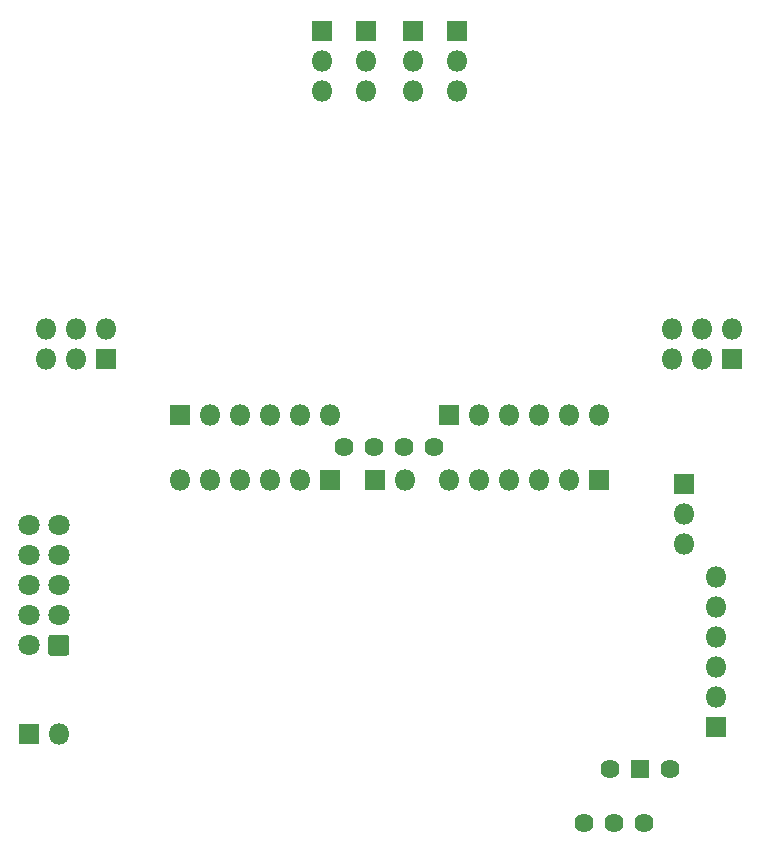
<source format=gbr>
%TF.GenerationSoftware,KiCad,Pcbnew,(5.1.6)-1*%
%TF.CreationDate,2021-08-15T13:32:02+02:00*%
%TF.ProjectId,sneak100_main_board,736e6561-6b31-4303-905f-6d61696e5f62,rev?*%
%TF.SameCoordinates,Original*%
%TF.FileFunction,Soldermask,Bot*%
%TF.FilePolarity,Negative*%
%FSLAX46Y46*%
G04 Gerber Fmt 4.6, Leading zero omitted, Abs format (unit mm)*
G04 Created by KiCad (PCBNEW (5.1.6)-1) date 2021-08-15 13:32:02*
%MOMM*%
%LPD*%
G01*
G04 APERTURE LIST*
%ADD10C,1.800000*%
%ADD11O,1.800000X1.800000*%
%ADD12R,1.800000X1.800000*%
%ADD13C,1.624000*%
%ADD14R,1.624000X1.624000*%
G04 APERTURE END LIST*
D10*
%TO.C,J13*%
X117210000Y-85090000D03*
X117210000Y-87630000D03*
X117210000Y-90170000D03*
X117210000Y-92710000D03*
X117210000Y-95250000D03*
X119750000Y-85090000D03*
X119750000Y-87630000D03*
X119750000Y-90170000D03*
X119750000Y-92710000D03*
G36*
G01*
X120650000Y-94614706D02*
X120650000Y-95885294D01*
G75*
G02*
X120385294Y-96150000I-264706J0D01*
G01*
X119114706Y-96150000D01*
G75*
G02*
X118850000Y-95885294I0J264706D01*
G01*
X118850000Y-94614706D01*
G75*
G02*
X119114706Y-94350000I264706J0D01*
G01*
X120385294Y-94350000D01*
G75*
G02*
X120650000Y-94614706I0J-264706D01*
G01*
G37*
%TD*%
D11*
%TO.C,J12*%
X171670000Y-68460000D03*
X171670000Y-71000000D03*
X174210000Y-68460000D03*
X174210000Y-71000000D03*
X176750000Y-68460000D03*
D12*
X176750000Y-71000000D03*
%TD*%
D11*
%TO.C,J11*%
X118670000Y-68460000D03*
X118670000Y-71000000D03*
X121210000Y-68460000D03*
X121210000Y-71000000D03*
X123750000Y-68460000D03*
D12*
X123750000Y-71000000D03*
%TD*%
D11*
%TO.C,J9*%
X153500000Y-48330000D03*
X153500000Y-45790000D03*
D12*
X153500000Y-43250000D03*
%TD*%
D11*
%TO.C,J8*%
X149750000Y-48330000D03*
X149750000Y-45790000D03*
D12*
X149750000Y-43250000D03*
%TD*%
D11*
%TO.C,J7*%
X145750000Y-48330000D03*
X145750000Y-45790000D03*
D12*
X145750000Y-43250000D03*
%TD*%
D11*
%TO.C,J6*%
X142000000Y-48330000D03*
X142000000Y-45790000D03*
D12*
X142000000Y-43250000D03*
%TD*%
D11*
%TO.C,JP1*%
X119790000Y-102750000D03*
D12*
X117250000Y-102750000D03*
%TD*%
D11*
%TO.C,J5*%
X149040000Y-81250000D03*
D12*
X146500000Y-81250000D03*
%TD*%
D11*
%TO.C,J4*%
X152800000Y-81250000D03*
X155340000Y-81250000D03*
X157880000Y-81250000D03*
X160420000Y-81250000D03*
X162960000Y-81250000D03*
D12*
X165500000Y-81250000D03*
%TD*%
D11*
%TO.C,J3*%
X130000000Y-81250000D03*
X132540000Y-81250000D03*
X135080000Y-81250000D03*
X137620000Y-81250000D03*
X140160000Y-81250000D03*
D12*
X142700000Y-81250000D03*
%TD*%
D11*
%TO.C,J2*%
X165500000Y-75750000D03*
X162960000Y-75750000D03*
X160420000Y-75750000D03*
X157880000Y-75750000D03*
X155340000Y-75750000D03*
D12*
X152800000Y-75750000D03*
%TD*%
D11*
%TO.C,J1*%
X142700000Y-75750000D03*
X140160000Y-75750000D03*
X137620000Y-75750000D03*
X135080000Y-75750000D03*
X132540000Y-75750000D03*
D12*
X130000000Y-75750000D03*
%TD*%
D13*
%TO.C,SW1*%
X169290000Y-110300000D03*
X166750000Y-110300000D03*
X164210000Y-110300000D03*
%TD*%
%TO.C,U7*%
X151560000Y-78440000D03*
X149020000Y-78440000D03*
X146480000Y-78440000D03*
X143940000Y-78440000D03*
%TD*%
%TO.C,U6*%
X171540000Y-105750000D03*
D14*
X169000000Y-105750000D03*
D13*
X166460000Y-105750000D03*
%TD*%
D11*
%TO.C,U8*%
X172650000Y-86630000D03*
X172650000Y-84090000D03*
D12*
X172650000Y-81550000D03*
%TD*%
D11*
%TO.C,J10*%
X175400000Y-89450000D03*
X175400000Y-91990000D03*
X175400000Y-94530000D03*
X175400000Y-97070000D03*
X175400000Y-99610000D03*
D12*
X175400000Y-102150000D03*
%TD*%
M02*

</source>
